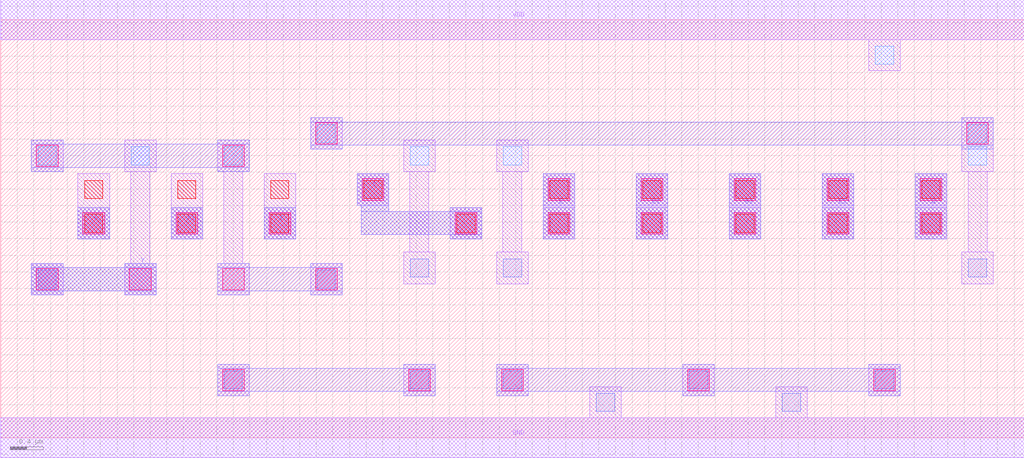
<source format=lef>
MACRO AOAOOAI21114
 CLASS CORE ;
 FOREIGN AOAOOAI21114 0 0 ;
 SIZE 12.32 BY 5.04 ;
 ORIGIN 0 0 ;
 SYMMETRY X Y R90 ;
 SITE unit ;
  PIN VDD
   DIRECTION INOUT ;
   USE POWER ;
   SHAPE ABUTMENT ;
    PORT
     CLASS CORE ;
       LAYER met1 ;
        RECT 0.00000000 4.80000000 12.32000000 5.28000000 ;
    END
  END VDD

  PIN GND
   DIRECTION INOUT ;
   USE POWER ;
   SHAPE ABUTMENT ;
    PORT
     CLASS CORE ;
       LAYER met1 ;
        RECT 0.00000000 -0.24000000 12.32000000 0.24000000 ;
    END
  END GND

  PIN Y
   DIRECTION INOUT ;
   USE SIGNAL ;
   SHAPE ABUTMENT ;
    PORT
     CLASS CORE ;
       LAYER met2 ;
        RECT 0.37000000 1.72200000 0.75000000 1.77200000 ;
        RECT 1.49000000 1.72200000 1.87000000 1.77200000 ;
        RECT 0.37000000 1.77200000 1.87000000 2.05200000 ;
        RECT 0.37000000 2.05200000 0.75000000 2.10200000 ;
        RECT 1.49000000 2.05200000 1.87000000 2.10200000 ;
    END
  END Y

  PIN E
   DIRECTION INOUT ;
   USE SIGNAL ;
   SHAPE ABUTMENT ;
    PORT
     CLASS CORE ;
       LAYER met2 ;
        RECT 6.53000000 2.39700000 6.91000000 3.18200000 ;
    END
  END E

  PIN B
   DIRECTION INOUT ;
   USE SIGNAL ;
   SHAPE ABUTMENT ;
    PORT
     CLASS CORE ;
       LAYER met2 ;
        RECT 3.17000000 2.39700000 3.55000000 2.77700000 ;
    END
  END B

  PIN C
   DIRECTION INOUT ;
   USE SIGNAL ;
   SHAPE ABUTMENT ;
    PORT
     CLASS CORE ;
       LAYER met2 ;
        RECT 5.41000000 2.39700000 5.79000000 2.44700000 ;
        RECT 4.34000000 2.44700000 5.79000000 2.72700000 ;
        RECT 5.41000000 2.72700000 5.79000000 2.77700000 ;
        RECT 4.34000000 2.72700000 4.67000000 2.80200000 ;
        RECT 4.29000000 2.80200000 4.67000000 3.18200000 ;
    END
  END C

  PIN A
   DIRECTION INOUT ;
   USE SIGNAL ;
   SHAPE ABUTMENT ;
    PORT
     CLASS CORE ;
       LAYER met2 ;
        RECT 0.93000000 2.39700000 1.31000000 2.77700000 ;
    END
  END A

  PIN D
   DIRECTION INOUT ;
   USE SIGNAL ;
   SHAPE ABUTMENT ;
    PORT
     CLASS CORE ;
       LAYER met2 ;
        RECT 11.01000000 2.39700000 11.39000000 3.18200000 ;
    END
  END D

  PIN A1
   DIRECTION INOUT ;
   USE SIGNAL ;
   SHAPE ABUTMENT ;
    PORT
     CLASS CORE ;
       LAYER met2 ;
        RECT 2.05000000 2.39700000 2.43000000 2.77700000 ;
    END
  END A1

  PIN E1
   DIRECTION INOUT ;
   USE SIGNAL ;
   SHAPE ABUTMENT ;
    PORT
     CLASS CORE ;
       LAYER met2 ;
        RECT 7.65000000 2.39700000 8.03000000 3.18200000 ;
    END
  END E1

  PIN E3
   DIRECTION INOUT ;
   USE SIGNAL ;
   SHAPE ABUTMENT ;
    PORT
     CLASS CORE ;
       LAYER met2 ;
        RECT 9.89000000 2.39700000 10.27000000 3.18200000 ;
    END
  END E3

  PIN E2
   DIRECTION INOUT ;
   USE SIGNAL ;
   SHAPE ABUTMENT ;
    PORT
     CLASS CORE ;
       LAYER met2 ;
        RECT 8.77000000 2.39700000 9.15000000 3.18200000 ;
    END
  END E2

 OBS
    LAYER polycont ;
     RECT 1.01000000 2.47700000 1.23000000 2.69700000 ;
     RECT 2.13000000 2.47700000 2.35000000 2.69700000 ;
     RECT 3.25000000 2.47700000 3.47000000 2.69700000 ;
     RECT 5.49000000 2.47700000 5.71000000 2.69700000 ;
     RECT 6.61000000 2.47700000 6.83000000 2.69700000 ;
     RECT 7.73000000 2.47700000 7.95000000 2.69700000 ;
     RECT 8.85000000 2.47700000 9.07000000 2.69700000 ;
     RECT 9.97000000 2.47700000 10.19000000 2.69700000 ;
     RECT 11.09000000 2.47700000 11.31000000 2.69700000 ;
     RECT 1.01000000 2.88200000 1.23000000 3.10200000 ;
     RECT 2.13000000 2.88200000 2.35000000 3.10200000 ;
     RECT 3.25000000 2.88200000 3.47000000 3.10200000 ;
     RECT 4.37000000 2.88200000 4.59000000 3.10200000 ;
     RECT 6.61000000 2.88200000 6.83000000 3.10200000 ;
     RECT 7.73000000 2.88200000 7.95000000 3.10200000 ;
     RECT 8.85000000 2.88200000 9.07000000 3.10200000 ;
     RECT 9.97000000 2.88200000 10.19000000 3.10200000 ;
     RECT 11.09000000 2.88200000 11.31000000 3.10200000 ;

    LAYER pdiffc ;
     RECT 0.45000000 3.28700000 0.67000000 3.50700000 ;
     RECT 1.57000000 3.28700000 1.79000000 3.50700000 ;
     RECT 2.69000000 3.28700000 2.91000000 3.50700000 ;
     RECT 4.93000000 3.28700000 5.15000000 3.50700000 ;
     RECT 6.05000000 3.28700000 6.27000000 3.50700000 ;
     RECT 11.65000000 3.28700000 11.87000000 3.50700000 ;
     RECT 3.81000000 3.55700000 4.03000000 3.77700000 ;
     RECT 11.65000000 3.55700000 11.87000000 3.77700000 ;
     RECT 10.53000000 4.50200000 10.75000000 4.72200000 ;

    LAYER ndiffc ;
     RECT 7.17000000 0.31700000 7.39000000 0.53700000 ;
     RECT 9.41000000 0.31700000 9.63000000 0.53700000 ;
     RECT 2.69000000 0.58700000 2.91000000 0.80700000 ;
     RECT 4.93000000 0.58700000 5.15000000 0.80700000 ;
     RECT 6.05000000 0.58700000 6.27000000 0.80700000 ;
     RECT 8.29000000 0.58700000 8.51000000 0.80700000 ;
     RECT 10.53000000 0.58700000 10.75000000 0.80700000 ;
     RECT 0.45000000 1.80200000 0.67000000 2.02200000 ;
     RECT 3.81000000 1.80200000 4.03000000 2.02200000 ;
     RECT 4.93000000 1.93700000 5.15000000 2.15700000 ;
     RECT 6.05000000 1.93700000 6.27000000 2.15700000 ;
     RECT 11.65000000 1.93700000 11.87000000 2.15700000 ;

    LAYER met1 ;
     RECT 0.00000000 -0.24000000 12.32000000 0.24000000 ;
     RECT 7.09000000 0.24000000 7.47000000 0.61700000 ;
     RECT 9.33000000 0.24000000 9.71000000 0.61700000 ;
     RECT 2.61000000 0.50700000 2.99000000 0.88700000 ;
     RECT 4.85000000 0.50700000 5.23000000 0.88700000 ;
     RECT 5.97000000 0.50700000 6.35000000 0.88700000 ;
     RECT 8.21000000 0.50700000 8.59000000 0.88700000 ;
     RECT 10.45000000 0.50700000 10.83000000 0.88700000 ;
     RECT 0.37000000 1.72200000 0.75000000 2.10200000 ;
     RECT 3.73000000 1.72200000 4.11000000 2.10200000 ;
     RECT 5.41000000 2.39700000 5.79000000 2.77700000 ;
     RECT 6.53000000 2.39700000 6.91000000 2.77700000 ;
     RECT 7.65000000 2.39700000 8.03000000 2.77700000 ;
     RECT 8.77000000 2.39700000 9.15000000 2.77700000 ;
     RECT 9.89000000 2.39700000 10.27000000 2.77700000 ;
     RECT 11.01000000 2.39700000 11.39000000 2.77700000 ;
     RECT 0.93000000 2.39700000 1.31000000 3.18200000 ;
     RECT 2.05000000 2.39700000 2.43000000 3.18200000 ;
     RECT 3.17000000 2.39700000 3.55000000 3.18200000 ;
     RECT 4.29000000 2.80200000 4.67000000 3.18200000 ;
     RECT 6.53000000 2.80200000 6.91000000 3.18200000 ;
     RECT 7.65000000 2.80200000 8.03000000 3.18200000 ;
     RECT 8.77000000 2.80200000 9.15000000 3.18200000 ;
     RECT 9.89000000 2.80200000 10.27000000 3.18200000 ;
     RECT 11.01000000 2.80200000 11.39000000 3.18200000 ;
     RECT 0.37000000 3.20700000 0.75000000 3.58700000 ;
     RECT 1.49000000 1.72200000 1.87000000 2.10200000 ;
     RECT 1.56500000 2.10200000 1.79500000 3.20700000 ;
     RECT 1.49000000 3.20700000 1.87000000 3.58700000 ;
     RECT 2.61000000 1.72200000 2.99000000 2.10200000 ;
     RECT 2.68500000 2.10200000 2.91500000 3.20700000 ;
     RECT 2.61000000 3.20700000 2.99000000 3.58700000 ;
     RECT 4.85000000 1.85700000 5.23000000 2.23700000 ;
     RECT 4.92500000 2.23700000 5.15500000 3.20700000 ;
     RECT 4.85000000 3.20700000 5.23000000 3.58700000 ;
     RECT 5.97000000 1.85700000 6.35000000 2.23700000 ;
     RECT 6.04500000 2.23700000 6.27500000 3.20700000 ;
     RECT 5.97000000 3.20700000 6.35000000 3.58700000 ;
     RECT 3.73000000 3.47700000 4.11000000 3.85700000 ;
     RECT 11.57000000 1.85700000 11.95000000 2.23700000 ;
     RECT 11.64500000 2.23700000 11.87500000 3.20700000 ;
     RECT 11.57000000 3.20700000 11.95000000 3.85700000 ;
     RECT 10.45000000 4.42200000 10.83000000 4.80000000 ;
     RECT 0.00000000 4.80000000 12.32000000 5.28000000 ;

    LAYER via1 ;
     RECT 2.67000000 0.56700000 2.93000000 0.82700000 ;
     RECT 4.91000000 0.56700000 5.17000000 0.82700000 ;
     RECT 6.03000000 0.56700000 6.29000000 0.82700000 ;
     RECT 8.27000000 0.56700000 8.53000000 0.82700000 ;
     RECT 10.51000000 0.56700000 10.77000000 0.82700000 ;
     RECT 0.43000000 1.78200000 0.69000000 2.04200000 ;
     RECT 1.55000000 1.78200000 1.81000000 2.04200000 ;
     RECT 2.67000000 1.78200000 2.93000000 2.04200000 ;
     RECT 3.79000000 1.78200000 4.05000000 2.04200000 ;
     RECT 0.99000000 2.45700000 1.25000000 2.71700000 ;
     RECT 2.11000000 2.45700000 2.37000000 2.71700000 ;
     RECT 3.23000000 2.45700000 3.49000000 2.71700000 ;
     RECT 5.47000000 2.45700000 5.73000000 2.71700000 ;
     RECT 6.59000000 2.45700000 6.85000000 2.71700000 ;
     RECT 7.71000000 2.45700000 7.97000000 2.71700000 ;
     RECT 8.83000000 2.45700000 9.09000000 2.71700000 ;
     RECT 9.95000000 2.45700000 10.21000000 2.71700000 ;
     RECT 11.07000000 2.45700000 11.33000000 2.71700000 ;
     RECT 4.35000000 2.86200000 4.61000000 3.12200000 ;
     RECT 6.59000000 2.86200000 6.85000000 3.12200000 ;
     RECT 7.71000000 2.86200000 7.97000000 3.12200000 ;
     RECT 8.83000000 2.86200000 9.09000000 3.12200000 ;
     RECT 9.95000000 2.86200000 10.21000000 3.12200000 ;
     RECT 11.07000000 2.86200000 11.33000000 3.12200000 ;
     RECT 0.43000000 3.26700000 0.69000000 3.52700000 ;
     RECT 2.67000000 3.26700000 2.93000000 3.52700000 ;
     RECT 3.79000000 3.53700000 4.05000000 3.79700000 ;
     RECT 11.63000000 3.53700000 11.89000000 3.79700000 ;

    LAYER met2 ;
     RECT 2.61000000 0.50700000 2.99000000 0.55700000 ;
     RECT 4.85000000 0.50700000 5.23000000 0.55700000 ;
     RECT 2.61000000 0.55700000 5.23000000 0.83700000 ;
     RECT 2.61000000 0.83700000 2.99000000 0.88700000 ;
     RECT 4.85000000 0.83700000 5.23000000 0.88700000 ;
     RECT 5.97000000 0.50700000 6.35000000 0.55700000 ;
     RECT 8.21000000 0.50700000 8.59000000 0.55700000 ;
     RECT 10.45000000 0.50700000 10.83000000 0.55700000 ;
     RECT 5.97000000 0.55700000 10.83000000 0.83700000 ;
     RECT 5.97000000 0.83700000 6.35000000 0.88700000 ;
     RECT 8.21000000 0.83700000 8.59000000 0.88700000 ;
     RECT 10.45000000 0.83700000 10.83000000 0.88700000 ;
     RECT 0.37000000 1.72200000 0.75000000 1.77200000 ;
     RECT 1.49000000 1.72200000 1.87000000 1.77200000 ;
     RECT 0.37000000 1.77200000 1.87000000 2.05200000 ;
     RECT 0.37000000 2.05200000 0.75000000 2.10200000 ;
     RECT 1.49000000 2.05200000 1.87000000 2.10200000 ;
     RECT 2.61000000 1.72200000 2.99000000 1.77200000 ;
     RECT 3.73000000 1.72200000 4.11000000 1.77200000 ;
     RECT 2.61000000 1.77200000 4.11000000 2.05200000 ;
     RECT 2.61000000 2.05200000 2.99000000 2.10200000 ;
     RECT 3.73000000 2.05200000 4.11000000 2.10200000 ;
     RECT 0.93000000 2.39700000 1.31000000 2.77700000 ;
     RECT 2.05000000 2.39700000 2.43000000 2.77700000 ;
     RECT 3.17000000 2.39700000 3.55000000 2.77700000 ;
     RECT 5.41000000 2.39700000 5.79000000 2.44700000 ;
     RECT 4.34000000 2.44700000 5.79000000 2.72700000 ;
     RECT 5.41000000 2.72700000 5.79000000 2.77700000 ;
     RECT 4.34000000 2.72700000 4.67000000 2.80200000 ;
     RECT 4.29000000 2.80200000 4.67000000 3.18200000 ;
     RECT 6.53000000 2.39700000 6.91000000 3.18200000 ;
     RECT 7.65000000 2.39700000 8.03000000 3.18200000 ;
     RECT 8.77000000 2.39700000 9.15000000 3.18200000 ;
     RECT 9.89000000 2.39700000 10.27000000 3.18200000 ;
     RECT 11.01000000 2.39700000 11.39000000 3.18200000 ;
     RECT 0.37000000 3.20700000 0.75000000 3.25700000 ;
     RECT 2.61000000 3.20700000 2.99000000 3.25700000 ;
     RECT 0.37000000 3.25700000 2.99000000 3.53700000 ;
     RECT 0.37000000 3.53700000 0.75000000 3.58700000 ;
     RECT 2.61000000 3.53700000 2.99000000 3.58700000 ;
     RECT 3.73000000 3.47700000 4.11000000 3.52700000 ;
     RECT 11.57000000 3.47700000 11.95000000 3.52700000 ;
     RECT 3.73000000 3.52700000 11.95000000 3.80700000 ;
     RECT 3.73000000 3.80700000 4.11000000 3.85700000 ;
     RECT 11.57000000 3.80700000 11.95000000 3.85700000 ;

 END
END AOAOOAI21114

</source>
